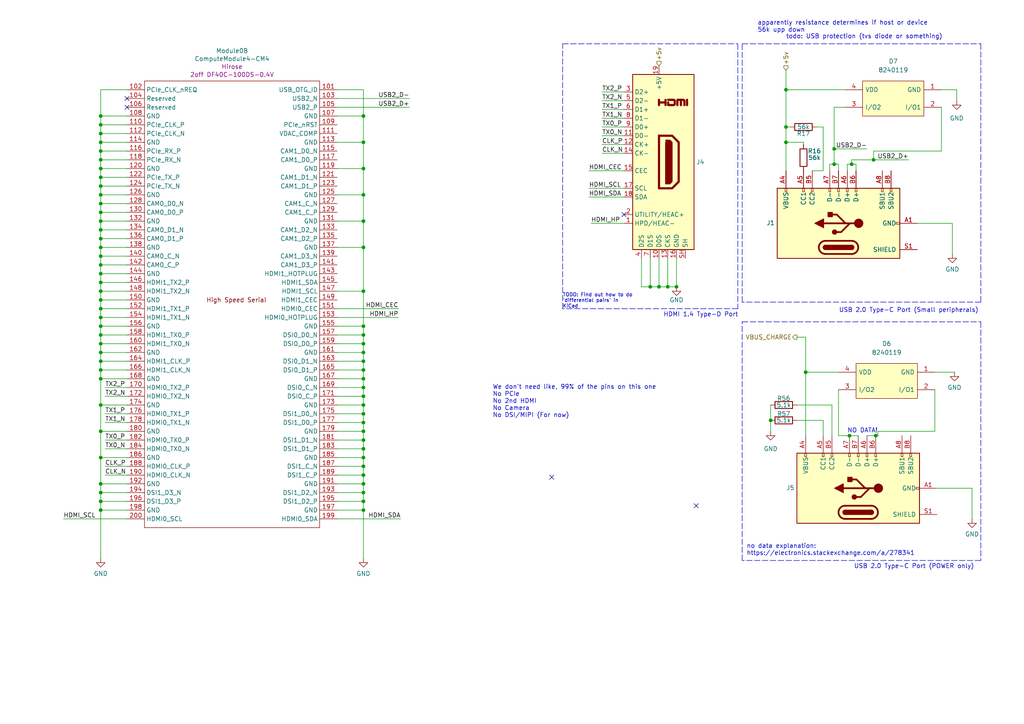
<source format=kicad_sch>
(kicad_sch (version 20210621) (generator eeschema)
  (paper "A4")
  (title_block (title "Port data connectors") (rev "indev"))
  (lib_symbols
    (symbol "CM4IO:ComputeModule4-CM4"
      (property "Reference" "Module" (at 113.03 -68.58 0))
      (property "Value" "ComputeModule4-CM4" (at 140.97 2.54 0))
      (property "Field4" "Hirose" (at 0 0 0))
      (property "Field5" "2x DF40C-100DS-0.4V" (at 0 -2.54 0))
      (symbol "ComputeModule4-CM4_1_0"
        (text "GPIO" (at 0 6.35 0) (effects (font (size 1.27 1.27))))
      )
      (symbol "ComputeModule4-CM4_1_1"
        (text "600mA Max" (at -8.89 -53.34 0) (effects (font (size 1.27 1.27))))
        (text "600mA Max" (at -8.89 -48.26 0) (effects (font (size 1.27 1.27))))
        (text "NB SD signals are only available" (at -1.27 -27.94 0) (effects (font (size 1.27 1.27))))
        (text "on modules without eMMC" (at -1.27 -30.48 0) (effects (font (size 1.27 1.27))))
        (rectangle (start -30.48 -71.12) (end 25.4 58.42))
        (pin power_in line (at 27.94 55.88 180) (length 2.54) (name "GND") (number "1"))
        (pin passive line (at -33.02 45.72 0) (length 2.54) (name "Ethernet_Pair0_N") (number "10"))
        (pin output line (at -33.02 -68.58 0) (length 2.54) (name "nEXTRST") (number "100"))
        (pin passive line (at 27.94 43.18 180) (length 2.54) (name "Ethernet_Pair2_P") (number "11"))
        (pin passive line (at -33.02 43.18 0) (length 2.54) (name "Ethernet_Pair0_P") (number "12"))
        (pin power_in line (at 27.94 40.64 180) (length 2.54) (name "GND") (number "13"))
        (pin power_in line (at -33.02 40.64 0) (length 2.54) (name "GND") (number "14"))
        (pin output line (at 27.94 38.1 180) (length 2.54) (name "Ethernet_nLED3(3.3v)") (number "15"))
        (pin input line (at -33.02 38.1 0) (length 2.54) (name "Ethernet_SYNC_IN(1.8v)") (number "16"))
        (pin output line (at 27.94 35.56 180) (length 2.54) (name "Ethernet_nLED2(3.3v)") (number "17"))
        (pin input line (at -33.02 35.56 0) (length 2.54) (name "Ethernet_SYNC_OUT(1.8v)") (number "18"))
        (pin output line (at 27.94 33.02 180) (length 2.54) (name "Ethernet_nLED1(3.3v)") (number "19"))
        (pin power_in line (at -33.02 55.88 0) (length 2.54) (name "GND") (number "2"))
        (pin passive line (at -33.02 33.02 0) (length 2.54) (name "EEPROM_nWP") (number "20"))
        (pin open_collector line (at 27.94 30.48 180) (length 2.54) (name "PI_nLED_Activity") (number "21"))
        (pin power_in line (at -33.02 30.48 0) (length 2.54) (name "GND") (number "22"))
        (pin power_in line (at 27.94 27.94 180) (length 2.54) (name "GND") (number "23"))
        (pin passive line (at -33.02 27.94 0) (length 2.54) (name "GPIO26") (number "24"))
        (pin passive line (at 27.94 25.4 180) (length 2.54) (name "GPIO21") (number "25"))
        (pin passive line (at -33.02 25.4 0) (length 2.54) (name "GPIO19") (number "26"))
        (pin passive line (at 27.94 22.86 180) (length 2.54) (name "GPIO20") (number "27"))
        (pin passive line (at -33.02 22.86 0) (length 2.54) (name "GPIO13") (number "28"))
        (pin passive line (at 27.94 20.32 180) (length 2.54) (name "GPIO16") (number "29"))
        (pin passive line (at 27.94 53.34 180) (length 2.54) (name "Ethernet_Pair3_P") (number "3"))
        (pin passive line (at -33.02 20.32 0) (length 2.54) (name "GPIO6") (number "30"))
        (pin passive line (at 27.94 17.78 180) (length 2.54) (name "GPIO12") (number "31"))
        (pin power_in line (at -33.02 17.78 0) (length 2.54) (name "GND") (number "32"))
        (pin power_in line (at 27.94 15.24 180) (length 2.54) (name "GND") (number "33"))
        (pin passive line (at -33.02 15.24 0) (length 2.54) (name "GPIO5") (number "34"))
        (pin passive line (at 27.94 12.7 180) (length 2.54) (name "ID_SC") (number "35"))
        (pin passive line (at -33.02 12.7 0) (length 2.54) (name "ID_SD") (number "36"))
        (pin passive line (at 27.94 10.16 180) (length 2.54) (name "GPIO7") (number "37"))
        (pin passive line (at -33.02 10.16 0) (length 2.54) (name "GPIO11") (number "38"))
        (pin passive line (at 27.94 7.62 180) (length 2.54) (name "GPIO8") (number "39"))
        (pin passive line (at -33.02 53.34 0) (length 2.54) (name "Ethernet_Pair1_P") (number "4"))
        (pin passive line (at -33.02 7.62 0) (length 2.54) (name "GPIO9") (number "40"))
        (pin passive line (at 27.94 5.08 180) (length 2.54) (name "GPIO25") (number "41"))
        (pin power_in line (at -33.02 5.08 0) (length 2.54) (name "GND") (number "42"))
        (pin power_in line (at 27.94 2.54 180) (length 2.54) (name "GND") (number "43"))
        (pin passive line (at -33.02 2.54 0) (length 2.54) (name "GPIO10") (number "44"))
        (pin passive line (at 27.94 0 180) (length 2.54) (name "GPIO24") (number "45"))
        (pin passive line (at -33.02 0 0) (length 2.54) (name "GPIO22") (number "46"))
        (pin passive line (at 27.94 -2.54 180) (length 2.54) (name "GPIO23") (number "47"))
        (pin passive line (at -33.02 -2.54 0) (length 2.54) (name "GPIO27") (number "48"))
        (pin passive line (at 27.94 -5.08 180) (length 2.54) (name "GPIO18") (number "49"))
        (pin passive line (at 27.94 50.8 180) (length 2.54) (name "Ethernet_Pair3_N") (number "5"))
        (pin passive line (at -33.02 -5.08 0) (length 2.54) (name "GPIO17") (number "50"))
        (pin passive line (at 27.94 -7.62 180) (length 2.54) (name "GPIO15") (number "51"))
        (pin power_in line (at -33.02 -7.62 0) (length 2.54) (name "GND") (number "52"))
        (pin power_in line (at 27.94 -10.16 180) (length 2.54) (name "GND") (number "53"))
        (pin passive line (at -33.02 -10.16 0) (length 2.54) (name "GPIO4") (number "54"))
        (pin passive line (at 27.94 -12.7 180) (length 2.54) (name "GPIO14") (number "55"))
        (pin passive line (at -33.02 -12.7 0) (length 2.54) (name "GPIO3") (number "56"))
        (pin passive line (at 27.94 -15.24 180) (length 2.54) (name "SD_CLK") (number "57"))
        (pin passive line (at -33.02 -15.24 0) (length 2.54) (name "GPIO2") (number "58"))
        (pin power_in line (at 27.94 -17.78 180) (length 2.54) (name "GND") (number "59"))
        (pin passive line (at -33.02 50.8 0) (length 2.54) (name "Ethernet_Pair1_N") (number "6"))
        (pin power_in line (at -33.02 -17.78 0) (length 2.54) (name "GND") (number "60"))
        (pin passive line (at 27.94 -20.32 180) (length 2.54) (name "SD_DAT3") (number "61"))
        (pin passive line (at -33.02 -20.32 0) (length 2.54) (name "SD_CMD") (number "62"))
        (pin passive line (at 27.94 -22.86 180) (length 2.54) (name "SD_DAT0") (number "63"))
        (pin passive line (at -33.02 -22.86 0) (length 2.54) (name "SD_DAT5") (number "64"))
        (pin power_in line (at 27.94 -25.4 180) (length 2.54) (name "GND") (number "65"))
        (pin power_in line (at -33.02 -25.4 0) (length 2.54) (name "GND") (number "66"))
        (pin passive line (at 27.94 -27.94 180) (length 2.54) (name "SD_DAT1") (number "67"))
        (pin passive line (at -33.02 -27.94 0) (length 2.54) (name "SD_DAT4") (number "68"))
        (pin passive line (at 27.94 -30.48 180) (length 2.54) (name "SD_DAT2") (number "69"))
        (pin power_in line (at 27.94 48.26 180) (length 2.54) (name "GND") (number "7"))
        (pin passive line (at -33.02 -30.48 0) (length 2.54) (name "SD_DAT7") (number "70"))
        (pin power_in line (at 27.94 -33.02 180) (length 2.54) (name "GND") (number "71"))
        (pin passive line (at -33.02 -33.02 0) (length 2.54) (name "SD_DAT6") (number "72"))
        (pin input line (at 27.94 -35.56 180) (length 2.54) (name "SD_VDD_Override") (number "73"))
        (pin power_in line (at -33.02 -35.56 0) (length 2.54) (name "GND") (number "74"))
        (pin output line (at 27.94 -38.1 180) (length 2.54) (name "SD_PWR_ON") (number "75"))
        (pin passive line (at -33.02 -38.1 0) (length 2.54) (name "Reserved") (number "76"))
        (pin power_in line (at 27.94 -40.64 180) (length 2.54) (name "+5v_(Input)") (number "77"))
        (pin power_in line (at -33.02 -40.64 0) (length 2.54) (name "GPIO_VREF(1.8v/3.3v_Input)") (number "78"))
        (pin power_in line (at 27.94 -43.18 180) (length 2.54) (name "+5v_(Input)") (number "79"))
        (pin power_in line (at -33.02 48.26 0) (length 2.54) (name "GND") (number "8"))
        (pin passive line (at -33.02 -43.18 0) (length 2.54) (name "SCL0") (number "80"))
        (pin power_in line (at 27.94 -45.72 180) (length 2.54) (name "+5v_(Input)") (number "81"))
        (pin passive line (at -33.02 -45.72 0) (length 2.54) (name "SDA0") (number "82"))
        (pin power_in line (at 27.94 -48.26 180) (length 2.54) (name "+5v_(Input)") (number "83"))
        (pin power_out line (at -33.02 -48.26 0) (length 2.54) (name "+3.3v_(Output)") (number "84"))
        (pin power_in line (at 27.94 -50.8 180) (length 2.54) (name "+5v_(Input)") (number "85"))
        (pin power_out line (at -33.02 -50.8 0) (length 2.54) (name "+3.3v_(Output)") (number "86"))
        (pin power_in line (at 27.94 -53.34 180) (length 2.54) (name "+5v_(Input)") (number "87"))
        (pin power_out line (at -33.02 -53.34 0) (length 2.54) (name "+1.8v_(Output)") (number "88"))
        (pin power_in line (at 27.94 -55.88 180) (length 2.54) (name "WiFi_nDisable") (number "89"))
        (pin passive line (at 27.94 45.72 180) (length 2.54) (name "Ethernet_Pair2_N") (number "9"))
        (pin power_out line (at -33.02 -55.88 0) (length 2.54) (name "+1.8v_(Output)") (number "90"))
        (pin power_in line (at 27.94 -58.42 180) (length 2.54) (name "BT_nDisable") (number "91"))
        (pin passive line (at -33.02 -58.42 0) (length 2.54) (name "RUN_PG") (number "92"))
        (pin input line (at 27.94 -60.96 180) (length 2.54) (name "nRPIBOOT") (number "93"))
        (pin passive line (at -33.02 -60.96 0) (length 2.54) (name "AnalogIP0") (number "94"))
        (pin output line (at 27.94 -63.5 180) (length 2.54) (name "nPI_LED_PWR") (number "95"))
        (pin passive line (at -33.02 -63.5 0) (length 2.54) (name "AnalogIP1") (number "96"))
        (pin passive line (at 27.94 -66.04 180) (length 2.54) (name "Camera_GPIO") (number "97"))
        (pin power_in line (at -33.02 -66.04 0) (length 2.54) (name "GND") (number "98"))
        (pin input line (at 27.94 -68.58 180) (length 2.54) (name "Global_EN") (number "99"))
      )
      (symbol "ComputeModule4-CM4_2_1"
        (text "High Speed Serial" (at 140.97 0 0) (effects (font (size 1.27 1.27))))
        (rectangle (start 114.3 -66.04) (end 165.1 63.5))
        (pin input line (at 170.18 60.96 180) (length 5.08) (name "USB_OTG_ID") (number "101"))
        (pin input line (at 109.22 60.96 0) (length 5.08) (name "PCIe_CLK_nREQ") (number "102"))
        (pin passive line (at 170.18 58.42 180) (length 5.08) (name "USB2_N") (number "103"))
        (pin passive line (at 109.22 58.42 0) (length 5.08) (name "Reserved") (number "104"))
        (pin passive line (at 170.18 55.88 180) (length 5.08) (name "USB2_P") (number "105"))
        (pin passive line (at 109.22 55.88 0) (length 5.08) (name "Reserved") (number "106"))
        (pin power_in line (at 170.18 53.34 180) (length 5.08) (name "GND") (number "107"))
        (pin power_in line (at 109.22 53.34 0) (length 5.08) (name "GND") (number "108"))
        (pin bidirectional line (at 170.18 50.8 180) (length 5.08) (name "PCIe_nRST") (number "109"))
        (pin output line (at 109.22 50.8 0) (length 5.08) (name "PCIe_CLK_P") (number "110"))
        (pin passive line (at 170.18 48.26 180) (length 5.08) (name "VDAC_COMP") (number "111"))
        (pin output line (at 109.22 48.26 0) (length 5.08) (name "PCIe_CLK_N") (number "112"))
        (pin power_in line (at 170.18 45.72 180) (length 5.08) (name "GND") (number "113"))
        (pin power_in line (at 109.22 45.72 0) (length 5.08) (name "GND") (number "114"))
        (pin input line (at 170.18 43.18 180) (length 5.08) (name "CAM1_D0_N") (number "115"))
        (pin input line (at 109.22 43.18 0) (length 5.08) (name "PCIe_RX_P") (number "116"))
        (pin input line (at 170.18 40.64 180) (length 5.08) (name "CAM1_D0_P") (number "117"))
        (pin input line (at 109.22 40.64 0) (length 5.08) (name "PCIe_RX_N") (number "118"))
        (pin power_in line (at 170.18 38.1 180) (length 5.08) (name "GND") (number "119"))
        (pin power_in line (at 109.22 38.1 0) (length 5.08) (name "GND") (number "120"))
        (pin input line (at 170.18 35.56 180) (length 5.08) (name "CAM1_D1_N") (number "121"))
        (pin output line (at 109.22 35.56 0) (length 5.08) (name "PCIe_TX_P") (number "122"))
        (pin input line (at 170.18 33.02 180) (length 5.08) (name "CAM1_D1_P") (number "123"))
        (pin output line (at 109.22 33.02 0) (length 5.08) (name "PCIe_TX_N") (number "124"))
        (pin power_in line (at 170.18 30.48 180) (length 5.08) (name "GND") (number "125"))
        (pin power_in line (at 109.22 30.48 0) (length 5.08) (name "GND") (number "126"))
        (pin input line (at 170.18 27.94 180) (length 5.08) (name "CAM1_C_N") (number "127"))
        (pin input line (at 109.22 27.94 0) (length 5.08) (name "CAM0_D0_N") (number "128"))
        (pin input line (at 170.18 25.4 180) (length 5.08) (name "CAM1_C_P") (number "129"))
        (pin input line (at 109.22 25.4 0) (length 5.08) (name "CAM0_D0_P") (number "130"))
        (pin power_in line (at 170.18 22.86 180) (length 5.08) (name "GND") (number "131"))
        (pin power_in line (at 109.22 22.86 0) (length 5.08) (name "GND") (number "132"))
        (pin input line (at 170.18 20.32 180) (length 5.08) (name "CAM1_D2_N") (number "133"))
        (pin input line (at 109.22 20.32 0) (length 5.08) (name "CAM0_D1_N") (number "134"))
        (pin input line (at 170.18 17.78 180) (length 5.08) (name "CAM1_D2_P") (number "135"))
        (pin input line (at 109.22 17.78 0) (length 5.08) (name "CAM0_D1_P") (number "136"))
        (pin power_in line (at 170.18 15.24 180) (length 5.08) (name "GND") (number "137"))
        (pin power_in line (at 109.22 15.24 0) (length 5.08) (name "GND") (number "138"))
        (pin input line (at 170.18 12.7 180) (length 5.08) (name "CAM1_D3_N") (number "139"))
        (pin input line (at 109.22 12.7 0) (length 5.08) (name "CAM0_C_N") (number "140"))
        (pin input line (at 170.18 10.16 180) (length 5.08) (name "CAM1_D3_P") (number "141"))
        (pin input line (at 109.22 10.16 0) (length 5.08) (name "CAM0_C_P") (number "142"))
        (pin input line (at 170.18 7.62 180) (length 5.08) (name "HDMI1_HOTPLUG") (number "143"))
        (pin power_in line (at 109.22 7.62 0) (length 5.08) (name "GND") (number "144"))
        (pin bidirectional line (at 170.18 5.08 180) (length 5.08) (name "HDMI1_SDA") (number "145"))
        (pin output line (at 109.22 5.08 0) (length 5.08) (name "HDMI1_TX2_P") (number "146"))
        (pin open_collector line (at 170.18 2.54 180) (length 5.08) (name "HDMI1_SCL") (number "147"))
        (pin output line (at 109.22 2.54 0) (length 5.08) (name "HDMI1_TX2_N") (number "148"))
        (pin open_collector line (at 170.18 0 180) (length 5.08) (name "HDMI1_CEC") (number "149"))
        (pin power_in line (at 109.22 0 0) (length 5.08) (name "GND") (number "150"))
        (pin open_collector line (at 170.18 -2.54 180) (length 5.08) (name "HDMI0_CEC") (number "151"))
        (pin output line (at 109.22 -2.54 0) (length 5.08) (name "HDMI1_TX1_P") (number "152"))
        (pin input line (at 170.18 -5.08 180) (length 5.08) (name "HDMI0_HOTPLUG") (number "153"))
        (pin output line (at 109.22 -5.08 0) (length 5.08) (name "HDMI1_TX1_N") (number "154"))
        (pin power_in line (at 170.18 -7.62 180) (length 5.08) (name "GND") (number "155"))
        (pin power_in line (at 109.22 -7.62 0) (length 5.08) (name "GND") (number "156"))
        (pin output line (at 170.18 -10.16 180) (length 5.08) (name "DSI0_D0_N") (number "157"))
        (pin output line (at 109.22 -10.16 0) (length 5.08) (name "HDMI1_TX0_P") (number "158"))
        (pin output line (at 170.18 -12.7 180) (length 5.08) (name "DSI0_D0_P") (number "159"))
        (pin output line (at 109.22 -12.7 0) (length 5.08) (name "HDMI1_TX0_N") (number "160"))
        (pin power_in line (at 170.18 -15.24 180) (length 5.08) (name "GND") (number "161"))
        (pin power_in line (at 109.22 -15.24 0) (length 5.08) (name "GND") (number "162"))
        (pin output line (at 170.18 -17.78 180) (length 5.08) (name "DSI0_D1_N") (number "163"))
        (pin output line (at 109.22 -17.78 0) (length 5.08) (name "HDMI1_CLK_P") (number "164"))
        (pin output line (at 170.18 -20.32 180) (length 5.08) (name "DSI0_D1_P") (number "165"))
        (pin output line (at 109.22 -20.32 0) (length 5.08) (name "HDMI1_CLK_N") (number "166"))
        (pin power_in line (at 170.18 -22.86 180) (length 5.08) (name "GND") (number "167"))
        (pin power_in line (at 109.22 -22.86 0) (length 5.08) (name "GND") (number "168"))
        (pin output line (at 170.18 -25.4 180) (length 5.08) (name "DSI0_C_N") (number "169"))
        (pin output line (at 109.22 -25.4 0) (length 5.08) (name "HDMI0_TX2_P") (number "170"))
        (pin output line (at 170.18 -27.94 180) (length 5.08) (name "DSI0_C_P") (number "171"))
        (pin output line (at 109.22 -27.94 0) (length 5.08) (name "HDMI0_TX2_N") (number "172"))
        (pin power_in line (at 170.18 -30.48 180) (length 5.08) (name "GND") (number "173"))
        (pin power_in line (at 109.22 -30.48 0) (length 5.08) (name "GND") (number "174"))
        (pin output line (at 170.18 -33.02 180) (length 5.08) (name "DSI1_D0_N") (number "175"))
        (pin output line (at 109.22 -33.02 0) (length 5.08) (name "HDMI0_TX1_P") (number "176"))
        (pin output line (at 170.18 -35.56 180) (length 5.08) (name "DSI1_D0_P") (number "177"))
        (pin output line (at 109.22 -35.56 0) (length 5.08) (name "HDMI0_TX1_N") (number "178"))
        (pin power_in line (at 170.18 -38.1 180) (length 5.08) (name "GND") (number "179"))
        (pin power_in line (at 109.22 -38.1 0) (length 5.08) (name "GND") (number "180"))
        (pin output line (at 170.18 -40.64 180) (length 5.08) (name "DSI1_D1_N") (number "181"))
        (pin output line (at 109.22 -40.64 0) (length 5.08) (name "HDMI0_TX0_P") (number "182"))
        (pin output line (at 170.18 -43.18 180) (length 5.08) (name "DSI1_D1_P") (number "183"))
        (pin output line (at 109.22 -43.18 0) (length 5.08) (name "HDMI0_TX0_N") (number "184"))
        (pin power_in line (at 170.18 -45.72 180) (length 5.08) (name "GND") (number "185"))
        (pin power_in line (at 109.22 -45.72 0) (length 5.08) (name "GND") (number "186"))
        (pin output line (at 170.18 -48.26 180) (length 5.08) (name "DSI1_C_N") (number "187"))
        (pin output line (at 109.22 -48.26 0) (length 5.08) (name "HDMI0_CLK_P") (number "188"))
        (pin output line (at 170.18 -50.8 180) (length 5.08) (name "DSI1_C_P") (number "189"))
        (pin output line (at 109.22 -50.8 0) (length 5.08) (name "HDMI0_CLK_N") (number "190"))
        (pin power_in line (at 170.18 -53.34 180) (length 5.08) (name "GND") (number "191"))
        (pin power_in line (at 109.22 -53.34 0) (length 5.08) (name "GND") (number "192"))
        (pin output line (at 170.18 -55.88 180) (length 5.08) (name "DSI1_D2_N") (number "193"))
        (pin output line (at 109.22 -55.88 0) (length 5.08) (name "DSI1_D3_N") (number "194"))
        (pin output line (at 170.18 -58.42 180) (length 5.08) (name "DSI1_D2_P") (number "195"))
        (pin output line (at 109.22 -58.42 0) (length 5.08) (name "DSI1_D3_P") (number "196"))
        (pin power_in line (at 170.18 -60.96 180) (length 5.08) (name "GND") (number "197"))
        (pin power_in line (at 109.22 -60.96 0) (length 5.08) (name "GND") (number "198"))
        (pin bidirectional line (at 170.18 -63.5 180) (length 5.08) (name "HDMI0_SDA") (number "199"))
        (pin open_collector line (at 109.22 -63.5 0) (length 5.08) (name "HDMI0_SCL") (number "200"))
      )
    )
    (symbol "Connector:HDMI_D_1.4"
      (property "Reference" "J" (at -6.35 26.67 0))
      (property "Value" "HDMI_D_1.4" (at 10.16 26.67 0))
      (symbol "HDMI_D_1.4_0_0"
        (polyline (pts (xy 8.128 16.51) (xy 8.128 18.034)) (stroke (width 0.635)))
        (polyline (pts (xy 0 16.51) (xy 0 18.034) (xy 0 17.272) (xy 1.905 17.272) (xy 1.905 18.034) (xy 1.905 16.51)) (stroke (width 0.635)))
        (polyline (pts (xy 2.667 18.034) (xy 4.318 18.034) (xy 4.572 17.78) (xy 4.572 16.764) (xy 4.318 16.51) (xy 2.667 16.51) (xy 2.667 17.272)) (stroke (width 0.635)))
      )
      (symbol "HDMI_D_1.4_0_1"
        (rectangle (start -7.62 25.4) (end 10.16 -25.4) (stroke (width 0.254)) (fill (type background)))
        (polyline (pts (xy 0 7.62) (xy 3.81 7.62) (xy 5.715 5.715) (xy 5.715 -5.715) (xy 3.81 -7.62) (xy 0 -7.62) (xy 0 7.62)) (stroke (width 0.635)))
        (polyline (pts (xy 5.334 16.51) (xy 5.334 18.034) (xy 6.35 18.034) (xy 6.35 16.51) (xy 6.35 18.034) (xy 7.112 18.034) (xy 7.366 17.78) (xy 7.366 16.51)) (stroke (width 0.635)))
        (polyline (pts (xy 1.905 6.35) (xy 3.175 6.35) (xy 3.81 5.715) (xy 3.81 -5.715) (xy 3.175 -6.35) (xy 1.905 -6.35) (xy 1.905 5.715)) (stroke (width 0.254)) (fill (type outline)))
      )
      (symbol "HDMI_D_1.4_1_1"
        (pin passive line (at -10.16 -17.78 0) (length 2.54) (name "HPD/HEAC-") (number "1"))
        (pin power_in line (at 0 -27.94 90) (length 2.54) (name "D0S") (number "10"))
        (pin passive line (at -10.16 7.62 0) (length 2.54) (name "D0-") (number "11"))
        (pin passive line (at -10.16 5.08 0) (length 2.54) (name "CK+") (number "12"))
        (pin power_in line (at 2.54 -27.94 90) (length 2.54) (name "CKS") (number "13"))
        (pin passive line (at -10.16 2.54 0) (length 2.54) (name "CK-") (number "14"))
        (pin bidirectional line (at -10.16 -2.54 0) (length 2.54) (name "CEC") (number "15"))
        (pin power_in line (at 5.08 -27.94 90) (length 2.54) (name "GND") (number "16"))
        (pin passive line (at -10.16 -7.62 0) (length 2.54) (name "SCL") (number "17"))
        (pin bidirectional line (at -10.16 -10.16 0) (length 2.54) (name "SDA") (number "18"))
        (pin power_in line (at 0 27.94 270) (length 2.54) (name "+5V") (number "19"))
        (pin passive line (at -10.16 -15.24 0) (length 2.54) (name "UTILITY/HEAC+") (number "2"))
        (pin passive line (at -10.16 20.32 0) (length 2.54) (name "D2+") (number "3"))
        (pin power_in line (at -5.08 -27.94 90) (length 2.54) (name "D2S") (number "4"))
        (pin passive line (at -10.16 17.78 0) (length 2.54) (name "D2-") (number "5"))
        (pin passive line (at -10.16 15.24 0) (length 2.54) (name "D1+") (number "6"))
        (pin power_in line (at -2.54 -27.94 90) (length 2.54) (name "D1S") (number "7"))
        (pin passive line (at -10.16 12.7 0) (length 2.54) (name "D1-") (number "8"))
        (pin passive line (at -10.16 10.16 0) (length 2.54) (name "D0+") (number "9"))
        (pin passive line (at 7.62 -27.94 90) (length 2.54) (name "SH") (number "SH"))
      )
    )
    (symbol "Connector:USB_C_Receptacle_USB2.0" (pin_names (offset 1.016))
      (property "Reference" "J" (at -10.16 19.05 0))
      (property "Value" "USB_C_Receptacle_USB2.0" (at 19.05 19.05 0))
      (symbol "USB_C_Receptacle_USB2.0_0_0"
        (rectangle (start -0.254 -17.78) (end 0.254 -16.764))
        (rectangle (start 10.16 -14.986) (end 9.144 -15.494))
        (rectangle (start 10.16 -12.446) (end 9.144 -12.954))
        (rectangle (start 10.16 -4.826) (end 9.144 -5.334))
        (rectangle (start 10.16 -2.286) (end 9.144 -2.794))
        (rectangle (start 10.16 0.254) (end 9.144 -0.254))
        (rectangle (start 10.16 2.794) (end 9.144 2.286))
        (rectangle (start 10.16 7.874) (end 9.144 7.366))
        (rectangle (start 10.16 10.414) (end 9.144 9.906))
        (rectangle (start 10.16 15.494) (end 9.144 14.986))
      )
      (symbol "USB_C_Receptacle_USB2.0_0_1"
        (arc (start -8.89 -3.81) (end -5.08 -3.81) (radius (at -6.985 -3.81) (length 1.905) (angles -179.9 -0.1)) (stroke (width 0.508)))
        (arc (start -7.62 -3.81) (end -6.35 -3.81) (radius (at -6.985 -3.81) (length 0.635) (angles -179.9 -0.1)) (stroke (width 0.254)))
        (arc (start -6.35 3.81) (end -7.62 3.81) (radius (at -6.985 3.81) (length 0.635) (angles 0.1 179.9)) (stroke (width 0.254)))
        (arc (start -5.08 3.81) (end -8.89 3.81) (radius (at -6.985 3.81) (length 1.905) (angles 0.1 179.9)) (stroke (width 0.508)))
        (arc (start -7.62 -3.81) (end -6.35 -3.81) (radius (at -6.985 -3.81) (length 0.635) (angles -179.9 -0.1)) (stroke (width 0.254)) (fill (type outline)))
        (arc (start -6.35 3.81) (end -7.62 3.81) (radius (at -6.985 3.81) (length 0.635) (angles 0.1 179.9)) (stroke (width 0.254)) (fill (type outline)))
        (circle (center -2.54 1.143) (radius 0.635) (stroke (width 0.254)) (fill (type outline)))
        (circle (center 0 -5.842) (radius 1.27) (fill (type outline)))
        (rectangle (start -7.62 -3.81) (end -6.35 3.81) (stroke (width 0.254)) (fill (type outline)))
        (rectangle (start 1.905 1.778) (end 3.175 3.048) (stroke (width 0.254)) (fill (type outline)))
        (rectangle (start -10.16 17.78) (end 10.16 -17.78) (stroke (width 0.254)) (fill (type background)))
        (polyline (pts (xy -8.89 -3.81) (xy -8.89 3.81)) (stroke (width 0.508)))
        (polyline (pts (xy -5.08 3.81) (xy -5.08 -3.81)) (stroke (width 0.508)))
        (polyline (pts (xy 0 -5.842) (xy 0 4.318)) (stroke (width 0.508)))
        (polyline (pts (xy 0 -3.302) (xy -2.54 -0.762) (xy -2.54 0.508)) (stroke (width 0.508)))
        (polyline (pts (xy 0 -2.032) (xy 2.54 0.508) (xy 2.54 1.778)) (stroke (width 0.508)))
        (polyline (pts (xy -1.27 4.318) (xy 0 6.858) (xy 1.27 4.318) (xy -1.27 4.318)) (stroke (width 0.254)) (fill (type outline)))
      )
      (symbol "USB_C_Receptacle_USB2.0_1_1"
        (pin passive line (at 0 -22.86 90) (length 5.08) (name "GND") (number "A1"))
        (pin passive line (at 0 -22.86 90) (length 5.08) hide (name "GND") (number "A12"))
        (pin passive line (at 15.24 15.24 180) (length 5.08) (name "VBUS") (number "A4"))
        (pin bidirectional line (at 15.24 10.16 180) (length 5.08) (name "CC1") (number "A5"))
        (pin bidirectional line (at 15.24 -2.54 180) (length 5.08) (name "D+") (number "A6"))
        (pin bidirectional line (at 15.24 2.54 180) (length 5.08) (name "D-") (number "A7"))
        (pin bidirectional line (at 15.24 -12.7 180) (length 5.08) (name "SBU1") (number "A8"))
        (pin passive line (at 15.24 15.24 180) (length 5.08) hide (name "VBUS") (number "A9"))
        (pin passive line (at 0 -22.86 90) (length 5.08) hide (name "GND") (number "B1"))
        (pin passive line (at 0 -22.86 90) (length 5.08) hide (name "GND") (number "B12"))
        (pin passive line (at 15.24 15.24 180) (length 5.08) hide (name "VBUS") (number "B4"))
        (pin bidirectional line (at 15.24 7.62 180) (length 5.08) (name "CC2") (number "B5"))
        (pin bidirectional line (at 15.24 -5.08 180) (length 5.08) (name "D+") (number "B6"))
        (pin bidirectional line (at 15.24 0 180) (length 5.08) (name "D-") (number "B7"))
        (pin bidirectional line (at 15.24 -15.24 180) (length 5.08) (name "SBU2") (number "B8"))
        (pin passive line (at 15.24 15.24 180) (length 5.08) hide (name "VBUS") (number "B9"))
        (pin passive line (at -7.62 -22.86 90) (length 5.08) (name "SHIELD") (number "S1"))
      )
    )
    (symbol "Device:R" (pin_numbers hide) (pin_names (offset 0))
      (property "Reference" "R" (at 2.032 0 90))
      (property "Value" "R" (at 0 0 90))
      (symbol "R_0_1"
        (rectangle (start -1.016 -2.54) (end 1.016 2.54) (stroke (width 0.254)))
      )
      (symbol "R_1_1"
        (pin passive line (at 0 3.81 270) (length 1.27) (name "~") (number "1"))
        (pin passive line (at 0 -3.81 90) (length 1.27) (name "~") (number "2"))
      )
    )
    (symbol "power:GND" (power) (pin_names (offset 0))
      (property "Value" "GND" (at 0 -3.81 0))
      (symbol "GND_0_1"
        (polyline (pts (xy 0 0) (xy 0 -1.27) (xy 1.27 -1.27) (xy 0 -2.54) (xy -1.27 -1.27) (xy 0 -1.27)))
      )
      (symbol "GND_1_1"
        (pin power_in line (at 0 0 270) (length 0) hide (name "GND") (number "1"))
      )
    )
    (symbol "tvs:8240119" (pin_names (offset 0.762))
      (property "Reference" "D" (at 24.13 7.62 0))
      (property "Value" "8240119" (at 24.13 5.08 0))
      (symbol "8240119_0_0"
        (pin power_in line (at 0 0 0) (length 5.08) (name "GND") (number "1"))
        (pin bidirectional line (at 0 -5.08 0) (length 5.08) (name "I/O1") (number "2"))
        (pin bidirectional line (at 27.94 -5.08 180) (length 5.08) (name "I/O2") (number "3"))
        (pin power_in line (at 27.94 0 180) (length 5.08) (name "VDD") (number "4"))
      )
      (symbol "8240119_0_1"
        (polyline (pts (xy 5.08 2.54) (xy 22.86 2.54) (xy 22.86 -7.62) (xy 5.08 -7.62) (xy 5.08 2.54)) (stroke (width 0.1524)) (fill (type background)))
      )
    )
  )
  (junction (at 29.21 33.655) (diameter 0.9144))
  (junction (at 29.21 36.195) (diameter 0.9144))
  (junction (at 29.21 38.735) (diameter 0.9144))
  (junction (at 29.21 41.275) (diameter 0.9144))
  (junction (at 29.21 43.815) (diameter 0.9144))
  (junction (at 29.21 46.355) (diameter 0.9144))
  (junction (at 29.21 48.895) (diameter 0.9144))
  (junction (at 29.21 51.435) (diameter 0.9144))
  (junction (at 29.21 53.975) (diameter 0.9144))
  (junction (at 29.21 56.515) (diameter 0.9144))
  (junction (at 29.21 59.055) (diameter 0.9144))
  (junction (at 29.21 61.595) (diameter 0.9144))
  (junction (at 29.21 64.135) (diameter 0.9144))
  (junction (at 29.21 66.675) (diameter 0.9144))
  (junction (at 29.21 69.215) (diameter 0.9144))
  (junction (at 29.21 71.755) (diameter 0.9144))
  (junction (at 29.21 74.295) (diameter 0.9144))
  (junction (at 29.21 76.835) (diameter 0.9144))
  (junction (at 29.21 79.375) (diameter 0.9144))
  (junction (at 29.21 81.915) (diameter 0.9144))
  (junction (at 29.21 84.455) (diameter 0.9144))
  (junction (at 29.21 86.995) (diameter 0.9144))
  (junction (at 29.21 89.535) (diameter 0.9144))
  (junction (at 29.21 92.075) (diameter 0.9144))
  (junction (at 29.21 94.615) (diameter 0.9144))
  (junction (at 29.21 97.155) (diameter 0.9144))
  (junction (at 29.21 99.695) (diameter 0.9144))
  (junction (at 29.21 102.235) (diameter 0.9144))
  (junction (at 29.21 104.775) (diameter 0.9144))
  (junction (at 29.21 107.315) (diameter 0.9144))
  (junction (at 29.21 109.855) (diameter 0.9144))
  (junction (at 29.21 117.475) (diameter 0.9144))
  (junction (at 29.21 125.095) (diameter 0.9144))
  (junction (at 29.21 132.715) (diameter 0.9144))
  (junction (at 29.21 140.335) (diameter 0.9144))
  (junction (at 29.21 142.875) (diameter 0.9144))
  (junction (at 29.21 145.415) (diameter 0.9144))
  (junction (at 29.21 147.955) (diameter 0.9144))
  (junction (at 105.41 33.655) (diameter 0.9144))
  (junction (at 105.41 41.275) (diameter 0.9144))
  (junction (at 105.41 48.895) (diameter 0.9144))
  (junction (at 105.41 56.515) (diameter 0.9144))
  (junction (at 105.41 64.135) (diameter 0.9144))
  (junction (at 105.41 71.755) (diameter 0.9144))
  (junction (at 105.41 84.455) (diameter 0.9144))
  (junction (at 105.41 94.615) (diameter 0.9144))
  (junction (at 105.41 97.155) (diameter 0.9144))
  (junction (at 105.41 99.695) (diameter 0.9144))
  (junction (at 105.41 102.235) (diameter 0.9144))
  (junction (at 105.41 104.775) (diameter 0.9144))
  (junction (at 105.41 107.315) (diameter 0.9144))
  (junction (at 105.41 109.855) (diameter 0.9144))
  (junction (at 105.41 112.395) (diameter 0.9144))
  (junction (at 105.41 114.935) (diameter 0.9144))
  (junction (at 105.41 117.475) (diameter 0.9144))
  (junction (at 105.41 120.015) (diameter 0.9144))
  (junction (at 105.41 122.555) (diameter 0.9144))
  (junction (at 105.41 125.095) (diameter 0.9144))
  (junction (at 105.41 127.635) (diameter 0.9144))
  (junction (at 105.41 130.175) (diameter 0.9144))
  (junction (at 105.41 132.715) (diameter 0.9144))
  (junction (at 105.41 135.255) (diameter 0.9144))
  (junction (at 105.41 137.795) (diameter 0.9144))
  (junction (at 105.41 140.335) (diameter 0.9144))
  (junction (at 105.41 142.875) (diameter 0.9144))
  (junction (at 105.41 145.415) (diameter 0.9144))
  (junction (at 105.41 147.955) (diameter 0.9144))
  (junction (at 188.595 83.185) (diameter 0.9144))
  (junction (at 191.135 83.185) (diameter 0.9144))
  (junction (at 193.675 83.185) (diameter 0.9144))
  (junction (at 196.215 83.185) (diameter 0.9144))
  (junction (at 223.52 121.92) (diameter 0.9144))
  (junction (at 227.965 26.035) (diameter 0.9144))
  (junction (at 227.965 36.83) (diameter 0.9144))
  (junction (at 227.965 41.275) (diameter 0.9144))
  (junction (at 233.68 107.95) (diameter 0.9144))
  (junction (at 241.935 43.18) (diameter 0.9144))
  (junction (at 241.935 47.625) (diameter 0.9144))
  (junction (at 246.38 126.365) (diameter 0.9144))
  (junction (at 247.015 47.625) (diameter 0.9144))
  (junction (at 253.365 46.355) (diameter 0.9144))
  (junction (at 254 126.365) (diameter 0.9144))
  (no_connect (at 36.83 28.575))
  (no_connect (at 36.83 31.115))
  (no_connect (at 160.02 138.43))
  (no_connect (at 180.975 62.23))
  (no_connect (at 201.93 146.685))
  (wire (pts (xy 18.415 150.495) (xy 36.83 150.495)))
  (wire (pts (xy 29.21 26.035) (xy 29.21 33.655)))
  (wire (pts (xy 29.21 33.655) (xy 29.21 36.195)))
  (wire (pts (xy 29.21 33.655) (xy 36.83 33.655)))
  (wire (pts (xy 29.21 36.195) (xy 29.21 38.735)))
  (wire (pts (xy 29.21 36.195) (xy 36.83 36.195)))
  (wire (pts (xy 29.21 38.735) (xy 29.21 41.275)))
  (wire (pts (xy 29.21 41.275) (xy 29.21 43.815)))
  (wire (pts (xy 29.21 41.275) (xy 36.83 41.275)))
  (wire (pts (xy 29.21 43.815) (xy 29.21 46.355)))
  (wire (pts (xy 29.21 43.815) (xy 36.83 43.815)))
  (wire (pts (xy 29.21 46.355) (xy 29.21 48.895)))
  (wire (pts (xy 29.21 46.355) (xy 36.83 46.355)))
  (wire (pts (xy 29.21 48.895) (xy 29.21 51.435)))
  (wire (pts (xy 29.21 51.435) (xy 29.21 53.975)))
  (wire (pts (xy 29.21 51.435) (xy 36.83 51.435)))
  (wire (pts (xy 29.21 53.975) (xy 29.21 56.515)))
  (wire (pts (xy 29.21 53.975) (xy 36.83 53.975)))
  (wire (pts (xy 29.21 56.515) (xy 29.21 59.055)))
  (wire (pts (xy 29.21 56.515) (xy 36.83 56.515)))
  (wire (pts (xy 29.21 59.055) (xy 29.21 61.595)))
  (wire (pts (xy 29.21 59.055) (xy 36.83 59.055)))
  (wire (pts (xy 29.21 61.595) (xy 29.21 64.135)))
  (wire (pts (xy 29.21 61.595) (xy 36.83 61.595)))
  (wire (pts (xy 29.21 64.135) (xy 29.21 66.675)))
  (wire (pts (xy 29.21 64.135) (xy 36.83 64.135)))
  (wire (pts (xy 29.21 66.675) (xy 29.21 69.215)))
  (wire (pts (xy 29.21 66.675) (xy 36.83 66.675)))
  (wire (pts (xy 29.21 69.215) (xy 29.21 71.755)))
  (wire (pts (xy 29.21 69.215) (xy 36.83 69.215)))
  (wire (pts (xy 29.21 71.755) (xy 29.21 74.295)))
  (wire (pts (xy 29.21 71.755) (xy 36.83 71.755)))
  (wire (pts (xy 29.21 74.295) (xy 29.21 76.835)))
  (wire (pts (xy 29.21 74.295) (xy 36.83 74.295)))
  (wire (pts (xy 29.21 76.835) (xy 29.21 79.375)))
  (wire (pts (xy 29.21 76.835) (xy 36.83 76.835)))
  (wire (pts (xy 29.21 79.375) (xy 29.21 81.915)))
  (wire (pts (xy 29.21 79.375) (xy 36.83 79.375)))
  (wire (pts (xy 29.21 81.915) (xy 29.21 84.455)))
  (wire (pts (xy 29.21 81.915) (xy 36.83 81.915)))
  (wire (pts (xy 29.21 84.455) (xy 29.21 86.995)))
  (wire (pts (xy 29.21 84.455) (xy 36.83 84.455)))
  (wire (pts (xy 29.21 86.995) (xy 29.21 89.535)))
  (wire (pts (xy 29.21 86.995) (xy 36.83 86.995)))
  (wire (pts (xy 29.21 89.535) (xy 29.21 92.075)))
  (wire (pts (xy 29.21 89.535) (xy 36.83 89.535)))
  (wire (pts (xy 29.21 92.075) (xy 29.21 94.615)))
  (wire (pts (xy 29.21 92.075) (xy 36.83 92.075)))
  (wire (pts (xy 29.21 94.615) (xy 29.21 97.155)))
  (wire (pts (xy 29.21 94.615) (xy 36.83 94.615)))
  (wire (pts (xy 29.21 97.155) (xy 29.21 99.695)))
  (wire (pts (xy 29.21 97.155) (xy 36.83 97.155)))
  (wire (pts (xy 29.21 99.695) (xy 29.21 102.235)))
  (wire (pts (xy 29.21 99.695) (xy 36.83 99.695)))
  (wire (pts (xy 29.21 102.235) (xy 29.21 104.775)))
  (wire (pts (xy 29.21 102.235) (xy 36.83 102.235)))
  (wire (pts (xy 29.21 104.775) (xy 29.21 107.315)))
  (wire (pts (xy 29.21 104.775) (xy 36.83 104.775)))
  (wire (pts (xy 29.21 107.315) (xy 29.21 109.855)))
  (wire (pts (xy 29.21 107.315) (xy 36.83 107.315)))
  (wire (pts (xy 29.21 109.855) (xy 29.21 117.475)))
  (wire (pts (xy 29.21 109.855) (xy 36.83 109.855)))
  (wire (pts (xy 29.21 117.475) (xy 29.21 125.095)))
  (wire (pts (xy 29.21 117.475) (xy 36.83 117.475)))
  (wire (pts (xy 29.21 125.095) (xy 29.21 132.715)))
  (wire (pts (xy 29.21 125.095) (xy 36.83 125.095)))
  (wire (pts (xy 29.21 132.715) (xy 29.21 140.335)))
  (wire (pts (xy 29.21 132.715) (xy 36.83 132.715)))
  (wire (pts (xy 29.21 140.335) (xy 29.21 142.875)))
  (wire (pts (xy 29.21 140.335) (xy 36.83 140.335)))
  (wire (pts (xy 29.21 142.875) (xy 29.21 145.415)))
  (wire (pts (xy 29.21 142.875) (xy 36.83 142.875)))
  (wire (pts (xy 29.21 145.415) (xy 29.21 147.955)))
  (wire (pts (xy 29.21 145.415) (xy 36.83 145.415)))
  (wire (pts (xy 29.21 147.955) (xy 29.21 161.925)))
  (wire (pts (xy 29.21 147.955) (xy 36.83 147.955)))
  (wire (pts (xy 30.48 112.395) (xy 36.83 112.395)))
  (wire (pts (xy 30.48 114.935) (xy 36.83 114.935)))
  (wire (pts (xy 30.48 120.015) (xy 36.83 120.015)))
  (wire (pts (xy 30.48 122.555) (xy 36.83 122.555)))
  (wire (pts (xy 30.48 127.635) (xy 36.83 127.635)))
  (wire (pts (xy 30.48 130.175) (xy 36.83 130.175)))
  (wire (pts (xy 30.48 135.255) (xy 36.83 135.255)))
  (wire (pts (xy 30.48 137.795) (xy 36.83 137.795)))
  (wire (pts (xy 36.83 26.035) (xy 29.21 26.035)))
  (wire (pts (xy 36.83 38.735) (xy 29.21 38.735)))
  (wire (pts (xy 36.83 48.895) (xy 29.21 48.895)))
  (wire (pts (xy 97.79 26.035) (xy 105.41 26.035)))
  (wire (pts (xy 97.79 28.575) (xy 118.745 28.575)))
  (wire (pts (xy 97.79 31.115) (xy 118.745 31.115)))
  (wire (pts (xy 97.79 33.655) (xy 105.41 33.655)))
  (wire (pts (xy 97.79 41.275) (xy 105.41 41.275)))
  (wire (pts (xy 97.79 48.895) (xy 105.41 48.895)))
  (wire (pts (xy 97.79 56.515) (xy 105.41 56.515)))
  (wire (pts (xy 97.79 64.135) (xy 105.41 64.135)))
  (wire (pts (xy 97.79 71.755) (xy 105.41 71.755)))
  (wire (pts (xy 97.79 84.455) (xy 105.41 84.455)))
  (wire (pts (xy 97.79 89.535) (xy 115.57 89.535)))
  (wire (pts (xy 97.79 92.075) (xy 115.57 92.075)))
  (wire (pts (xy 97.79 94.615) (xy 105.41 94.615)))
  (wire (pts (xy 97.79 97.155) (xy 105.41 97.155)))
  (wire (pts (xy 97.79 99.695) (xy 105.41 99.695)))
  (wire (pts (xy 97.79 102.235) (xy 105.41 102.235)))
  (wire (pts (xy 97.79 104.775) (xy 105.41 104.775)))
  (wire (pts (xy 97.79 107.315) (xy 105.41 107.315)))
  (wire (pts (xy 97.79 109.855) (xy 105.41 109.855)))
  (wire (pts (xy 97.79 112.395) (xy 105.41 112.395)))
  (wire (pts (xy 97.79 114.935) (xy 105.41 114.935)))
  (wire (pts (xy 97.79 117.475) (xy 105.41 117.475)))
  (wire (pts (xy 97.79 120.015) (xy 105.41 120.015)))
  (wire (pts (xy 97.79 122.555) (xy 105.41 122.555)))
  (wire (pts (xy 97.79 125.095) (xy 105.41 125.095)))
  (wire (pts (xy 97.79 127.635) (xy 105.41 127.635)))
  (wire (pts (xy 97.79 130.175) (xy 105.41 130.175)))
  (wire (pts (xy 97.79 132.715) (xy 105.41 132.715)))
  (wire (pts (xy 97.79 135.255) (xy 105.41 135.255)))
  (wire (pts (xy 97.79 137.795) (xy 105.41 137.795)))
  (wire (pts (xy 97.79 140.335) (xy 105.41 140.335)))
  (wire (pts (xy 97.79 142.875) (xy 105.41 142.875)))
  (wire (pts (xy 97.79 145.415) (xy 105.41 145.415)))
  (wire (pts (xy 97.79 147.955) (xy 105.41 147.955)))
  (wire (pts (xy 97.79 150.495) (xy 116.205 150.495)))
  (wire (pts (xy 105.41 26.035) (xy 105.41 33.655)))
  (wire (pts (xy 105.41 33.655) (xy 105.41 41.275)))
  (wire (pts (xy 105.41 41.275) (xy 105.41 48.895)))
  (wire (pts (xy 105.41 48.895) (xy 105.41 56.515)))
  (wire (pts (xy 105.41 56.515) (xy 105.41 64.135)))
  (wire (pts (xy 105.41 64.135) (xy 105.41 71.755)))
  (wire (pts (xy 105.41 71.755) (xy 105.41 84.455)))
  (wire (pts (xy 105.41 84.455) (xy 105.41 94.615)))
  (wire (pts (xy 105.41 94.615) (xy 105.41 97.155)))
  (wire (pts (xy 105.41 97.155) (xy 105.41 99.695)))
  (wire (pts (xy 105.41 99.695) (xy 105.41 102.235)))
  (wire (pts (xy 105.41 102.235) (xy 105.41 104.775)))
  (wire (pts (xy 105.41 104.775) (xy 105.41 107.315)))
  (wire (pts (xy 105.41 107.315) (xy 105.41 109.855)))
  (wire (pts (xy 105.41 109.855) (xy 105.41 112.395)))
  (wire (pts (xy 105.41 112.395) (xy 105.41 114.935)))
  (wire (pts (xy 105.41 114.935) (xy 105.41 117.475)))
  (wire (pts (xy 105.41 117.475) (xy 105.41 120.015)))
  (wire (pts (xy 105.41 120.015) (xy 105.41 122.555)))
  (wire (pts (xy 105.41 122.555) (xy 105.41 125.095)))
  (wire (pts (xy 105.41 125.095) (xy 105.41 127.635)))
  (wire (pts (xy 105.41 127.635) (xy 105.41 130.175)))
  (wire (pts (xy 105.41 130.175) (xy 105.41 132.715)))
  (wire (pts (xy 105.41 132.715) (xy 105.41 135.255)))
  (wire (pts (xy 105.41 135.255) (xy 105.41 137.795)))
  (wire (pts (xy 105.41 137.795) (xy 105.41 140.335)))
  (wire (pts (xy 105.41 140.335) (xy 105.41 142.875)))
  (wire (pts (xy 105.41 142.875) (xy 105.41 145.415)))
  (wire (pts (xy 105.41 145.415) (xy 105.41 147.955)))
  (wire (pts (xy 105.41 147.955) (xy 105.41 161.925)))
  (wire (pts (xy 170.815 49.53) (xy 180.975 49.53)))
  (wire (pts (xy 170.815 54.61) (xy 180.975 54.61)))
  (wire (pts (xy 170.815 57.15) (xy 180.975 57.15)))
  (wire (pts (xy 171.45 64.77) (xy 180.975 64.77)))
  (wire (pts (xy 174.625 26.67) (xy 180.975 26.67)))
  (wire (pts (xy 174.625 29.21) (xy 180.975 29.21)))
  (wire (pts (xy 174.625 31.75) (xy 180.975 31.75)))
  (wire (pts (xy 174.625 34.29) (xy 180.975 34.29)))
  (wire (pts (xy 174.625 36.83) (xy 180.975 36.83)))
  (wire (pts (xy 174.625 39.37) (xy 180.975 39.37)))
  (wire (pts (xy 174.625 41.91) (xy 180.975 41.91)))
  (wire (pts (xy 174.625 44.45) (xy 180.975 44.45)))
  (wire (pts (xy 186.055 74.93) (xy 186.055 83.185)))
  (wire (pts (xy 186.055 83.185) (xy 188.595 83.185)))
  (wire (pts (xy 188.595 74.93) (xy 188.595 83.185)))
  (wire (pts (xy 188.595 83.185) (xy 191.135 83.185)))
  (wire (pts (xy 191.135 74.93) (xy 191.135 83.185)))
  (wire (pts (xy 191.135 83.185) (xy 193.675 83.185)))
  (wire (pts (xy 193.675 74.93) (xy 193.675 83.185)))
  (wire (pts (xy 193.675 83.185) (xy 196.215 83.185)))
  (wire (pts (xy 196.215 74.93) (xy 196.215 83.185)))
  (wire (pts (xy 223.52 117.475) (xy 223.52 121.92)))
  (wire (pts (xy 223.52 121.92) (xy 223.52 125.095)))
  (wire (pts (xy 227.965 20.32) (xy 227.965 26.035)))
  (wire (pts (xy 227.965 26.035) (xy 227.965 36.83)))
  (wire (pts (xy 227.965 36.83) (xy 227.965 41.275)))
  (wire (pts (xy 227.965 36.83) (xy 229.235 36.83)))
  (wire (pts (xy 227.965 41.275) (xy 227.965 49.53)))
  (wire (pts (xy 231.14 97.79) (xy 233.68 97.79)))
  (wire (pts (xy 231.14 117.475) (xy 241.3 117.475)))
  (wire (pts (xy 233.045 41.275) (xy 227.965 41.275)))
  (wire (pts (xy 233.045 41.91) (xy 233.045 41.275)))
  (wire (pts (xy 233.68 97.79) (xy 233.68 107.95)))
  (wire (pts (xy 233.68 107.95) (xy 233.68 126.365)))
  (wire (pts (xy 233.68 107.95) (xy 243.205 107.95)))
  (wire (pts (xy 236.855 36.83) (xy 238.76 36.83)))
  (wire (pts (xy 238.76 36.83) (xy 238.76 49.53)))
  (wire (pts (xy 238.76 49.53) (xy 235.585 49.53)))
  (wire (pts (xy 238.76 121.92) (xy 231.14 121.92)))
  (wire (pts (xy 238.76 126.365) (xy 238.76 121.92)))
  (wire (pts (xy 240.665 47.625) (xy 241.935 47.625)))
  (wire (pts (xy 240.665 49.53) (xy 240.665 47.625)))
  (wire (pts (xy 241.3 117.475) (xy 241.3 126.365)))
  (wire (pts (xy 241.935 31.115) (xy 241.935 43.18)))
  (wire (pts (xy 241.935 43.18) (xy 241.935 47.625)))
  (wire (pts (xy 241.935 43.18) (xy 251.46 43.18)))
  (wire (pts (xy 241.935 47.625) (xy 243.205 47.625)))
  (wire (pts (xy 243.205 47.625) (xy 243.205 49.53)))
  (wire (pts (xy 243.205 113.03) (xy 243.205 126.365)))
  (wire (pts (xy 243.205 126.365) (xy 246.38 126.365)))
  (wire (pts (xy 245.11 26.035) (xy 227.965 26.035)))
  (wire (pts (xy 245.11 31.115) (xy 241.935 31.115)))
  (wire (pts (xy 245.745 47.625) (xy 247.015 47.625)))
  (wire (pts (xy 245.745 49.53) (xy 245.745 47.625)))
  (wire (pts (xy 246.38 126.365) (xy 248.92 126.365)))
  (wire (pts (xy 247.015 46.355) (xy 247.015 47.625)))
  (wire (pts (xy 247.015 46.355) (xy 253.365 46.355)))
  (wire (pts (xy 247.015 47.625) (xy 248.285 47.625)))
  (wire (pts (xy 248.285 49.53) (xy 248.285 47.625)))
  (wire (pts (xy 251.46 126.365) (xy 254 126.365)))
  (wire (pts (xy 253.365 43.815) (xy 253.365 46.355)))
  (wire (pts (xy 253.365 46.355) (xy 263.525 46.355)))
  (wire (pts (xy 254.635 125.095) (xy 254.635 126.365)))
  (wire (pts (xy 254.635 126.365) (xy 254 126.365)))
  (wire (pts (xy 266.065 64.77) (xy 276.225 64.77)))
  (wire (pts (xy 271.145 107.95) (xy 276.86 107.95)))
  (wire (pts (xy 271.145 113.03) (xy 271.145 125.095)))
  (wire (pts (xy 271.145 125.095) (xy 254.635 125.095)))
  (wire (pts (xy 271.78 141.605) (xy 281.94 141.605)))
  (wire (pts (xy 273.05 31.115) (xy 273.05 43.815)))
  (wire (pts (xy 273.05 43.815) (xy 253.365 43.815)))
  (wire (pts (xy 276.225 64.77) (xy 276.225 73.66)))
  (wire (pts (xy 277.495 26.035) (xy 273.05 26.035)))
  (wire (pts (xy 277.495 29.21) (xy 277.495 26.035)))
  (wire (pts (xy 281.94 141.605) (xy 281.94 150.495)))
  (polyline (pts (xy 163.195 12.7) (xy 213.995 12.7)) (stroke (width 0) (type dash)))
  (polyline (pts (xy 163.195 89.535) (xy 163.195 12.7)) (stroke (width 0) (type dash)))
  (polyline (pts (xy 213.995 12.7) (xy 213.995 89.535)) (stroke (width 0) (type dash)))
  (polyline (pts (xy 213.995 89.535) (xy 163.195 89.535)) (stroke (width 0) (type dash)))
  (polyline (pts (xy 215.265 12.7) (xy 284.48 12.7)) (stroke (width 0) (type dash)))
  (polyline (pts (xy 215.265 87.63) (xy 215.265 12.7)) (stroke (width 0) (type dash)))
  (polyline (pts (xy 215.265 93.345) (xy 284.48 93.345)) (stroke (width 0) (type dash)))
  (polyline (pts (xy 215.265 162.56) (xy 215.265 93.345)) (stroke (width 0) (type dash)))
  (polyline (pts (xy 284.48 12.7) (xy 284.48 87.63)) (stroke (width 0) (type dash)))
  (polyline (pts (xy 284.48 87.63) (xy 215.265 87.63)) (stroke (width 0) (type dash)))
  (polyline (pts (xy 284.48 93.345) (xy 284.48 162.56)) (stroke (width 0) (type dash)))
  (polyline (pts (xy 284.48 162.56) (xy 215.265 162.56)) (stroke (width 0) (type dash)))
  (text "We don't need like, 99% of the pins on this one\nNo PCIe\nNo 2nd HDMI\nNo Camera\nNo DSI/MIPI (For now)" (at 142.875 121.285 0) (effects (font (size 1.27 1.27)) (justify left bottom)))
  (text "TODO: Find out how to do\n'differential pairs' in \nKiCad" (at 163.195 89.535 0) (effects (font (size 1.016 1.016)) (justify left bottom)))
  (text "HDMI 1.4 Type-D Port" (at 192.405 92.075 0) (effects (font (size 1.27 1.27)) (justify left bottom)))
  (text "no data explanation:\nhttps://electronics.stackexchange.com/a/278341" (at 216.535 161.29 0) (effects (font (size 1.27 1.27)) (justify left bottom)))
  (text "apparently resistance determines if host or device\n56k upp down" (at 219.71 9.525 0) (effects (font (size 1.27 1.27)) (justify left bottom)))
  (text "todo: USB protection (tvs diode or something)" (at 227.965 11.43 0) (effects (font (size 1.27 1.27)) (justify left bottom)))
  (text "NO DATA!" (at 245.745 125.73 0) (effects (font (size 1.27 1.27)) (justify left bottom)))
  (text "USB 2.0 Type-C Port (POWER only)\n" (at 282.575 165.1 180) (effects (font (size 1.27 1.27)) (justify right bottom)))
  (text "USB 2.0 Type-C Port (Small peripherals)\n" (at 283.845 90.805 180) (effects (font (size 1.27 1.27)) (justify right bottom)))
  (label "HDMI_SCL" (at 18.415 150.495 0))
  (label "TX2_P" (at 30.48 112.395 0))
  (label "TX2_N" (at 30.48 114.935 0))
  (label "TX1_P" (at 30.48 120.015 0))
  (label "TX1_N" (at 30.48 122.555 0))
  (label "TX0_P" (at 30.48 127.635 0))
  (label "TX0_N" (at 30.48 130.175 0))
  (label "CLK_P" (at 30.48 135.255 0))
  (label "CLK_N" (at 30.48 137.795 0))
  (label "HDMI_CEC" (at 115.57 89.535 180))
  (label "HDMI_HP" (at 115.57 92.075 180))
  (label "HDMI_SDA" (at 116.205 150.495 180))
  (label "USB2_D-" (at 118.745 28.575 180))
  (label "USB2_D+" (at 118.745 31.115 180))
  (label "HDMI_CEC" (at 170.815 49.53 0))
  (label "HDMI_SCL" (at 170.815 54.61 0))
  (label "HDMI_SDA" (at 170.815 57.15 0))
  (label "HDMI_HP" (at 171.45 64.77 0))
  (label "TX2_P" (at 174.625 26.67 0))
  (label "TX2_N" (at 174.625 29.21 0))
  (label "TX1_P" (at 174.625 31.75 0))
  (label "TX1_N" (at 174.625 34.29 0))
  (label "TX0_P" (at 174.625 36.83 0))
  (label "TX0_N" (at 174.625 39.37 0))
  (label "CLK_P" (at 174.625 41.91 0))
  (label "CLK_N" (at 174.625 44.45 0))
  (label "USB2_D-" (at 251.46 43.18 180))
  (label "USB2_D+" (at 263.525 46.355 180))
  (hierarchical_label "+5v" (shape input) (at 191.135 19.05 90))
  (hierarchical_label "+5v" (shape input) (at 227.965 20.32 90))
  (hierarchical_label "VBUS_CHARGE" (shape output) (at 231.14 97.79 180))
  (symbol (lib_id "power:GND") (at 29.21 161.925 0) (unit 1)
    (property "Reference" "#PWR010" (effects hide))
    (property "Value" "GND" (at 29.21 166.37 0))
  )
  (symbol (lib_id "power:GND") (at 105.41 161.925 0) (unit 1)
    (property "Reference" "#PWR011" (effects hide))
    (property "Value" "GND" (at 105.41 166.37 0))
  )
  (symbol (lib_id "power:GND") (at 196.215 83.185 0) (unit 1)
    (property "Reference" "#PWR044" (effects hide))
    (property "Value" "GND" (at 196.215 86.995 0))
  )
  (symbol (lib_id "power:GND") (at 223.52 125.095 0) (unit 1)
    (property "Reference" "#PWR045" (effects hide))
    (property "Value" "GND" (at 223.52 130.175 0))
  )
  (symbol (lib_id "power:GND") (at 276.225 73.66 0) (unit 1)
    (property "Reference" "#PWR08" (effects hide))
    (property "Value" "GND" (at 276.225 78.105 0))
  )
  (symbol (lib_id "power:GND") (at 276.86 107.95 0) (unit 1)
    (property "Reference" "#PWR0106" (effects hide))
    (property "Value" "GND" (at 276.86 112.395 0))
  )
  (symbol (lib_id "power:GND") (at 277.495 29.21 0) (unit 1)
    (property "Reference" "#PWR09" (effects hide))
    (property "Value" "GND" (at 277.495 34.29 0))
  )
  (symbol (lib_id "power:GND") (at 281.94 150.495 0) (unit 1)
    (property "Reference" "#PWR046" (effects hide))
    (property "Value" "GND" (at 281.94 154.94 0))
  )
  (symbol (lib_id "Device:R") (at 227.33 117.475 270) (unit 1)
    (property "Reference" "R56" (at 227.33 115.57 90))
    (property "Value" "5.1k" (at 227.33 117.475 90))
    (property "Footprint" "Resistor_SMD:R_0603_1608Metric_Pad0.98x0.95mm_HandSolder" (effects hide))
  )
  (symbol (lib_id "Device:R") (at 227.33 121.92 270) (unit 1)
    (property "Reference" "R57" (at 227.33 120.015 90))
    (property "Value" "5.1k" (at 227.33 121.92 90))
    (property "Footprint" "Resistor_SMD:R_0603_1608Metric_Pad0.98x0.95mm_HandSolder" (effects hide))
  )
  (symbol (lib_id "Device:R") (at 233.045 36.83 90) (unit 1)
    (property "Reference" "R17" (at 233.045 38.735 90))
    (property "Value" "56k" (at 233.045 36.83 90))
    (property "Footprint" "Resistor_SMD:R_0805_2012Metric_Pad1.20x1.40mm_HandSolder" (effects hide))
  )
  (symbol (lib_id "Device:R") (at 233.045 45.72 0) (unit 1)
    (property "Reference" "R16" (at 236.22 43.815 0))
    (property "Value" "56k" (at 236.22 45.72 0))
    (property "Footprint" "Resistor_SMD:R_0805_2012Metric_Pad1.20x1.40mm_HandSolder" (effects hide))
  )
  (symbol (lib_id "tvs:8240119") (at 271.145 107.95 0) (mirror y) (unit 1)
    (property "Reference" "D6" (at 257.175 99.695 0))
    (property "Value" "8240119" (at 257.175 102.235 0))
    (property "Footprint" "CM4IO:SOT143-4L" (effects hide))
    (property "Datasheet" "http://katalog.we-online.com/pbs/datasheet/824011.pdf" (effects hide))
    (property "Description" "Wurth Elektronik 824011 Dual Uni-Directional TVS Diode Array, 5-Pin SOT-23" (effects hide))
    (property "Height" "1.45" (effects hide))
    (property "Mouser Part Number" "710-824011" (effects hide))
    (property "Mouser Price/Stock" "https://www.mouser.co.uk/ProductDetail/Wurth-Elektronik/824011?qs=Wn16VcyqZWrHR48Vn%2FB8%252Bg%3D%3D" (effects hide))
    (property "Manufacturer_Name" "Wurth Elektronik" (effects hide))
    (property "Manufacturer_Part_Number" "824011" (effects hide))
  )
  (symbol (lib_id "tvs:8240119") (at 273.05 26.035 0) (mirror y) (unit 1)
    (property "Reference" "D7" (at 259.08 17.78 0))
    (property "Value" "8240119" (at 259.08 20.32 0))
    (property "Footprint" "CM4IO:SOT143-4L" (effects hide))
    (property "Datasheet" "http://katalog.we-online.com/pbs/datasheet/824011.pdf" (effects hide))
    (property "Description" "Wurth Elektronik 824011 Dual Uni-Directional TVS Diode Array, 5-Pin SOT-23" (effects hide))
    (property "Height" "1.45" (effects hide))
    (property "Mouser Part Number" "710-824011" (effects hide))
    (property "Mouser Price/Stock" "https://www.mouser.co.uk/ProductDetail/Wurth-Elektronik/824011?qs=Wn16VcyqZWrHR48Vn%2FB8%252Bg%3D%3D" (effects hide))
    (property "Manufacturer_Name" "Wurth Elektronik" (effects hide))
    (property "Manufacturer_Part_Number" "824011" (effects hide))
  )
  (symbol (lib_id "Connector:USB_C_Receptacle_USB2.0") (at 243.205 64.77 90) (unit 1)
    (property "Reference" "J1" (at 223.52 64.643 90))
    (property "Value" "USB_C_Receptacle_USB2.0" (effects hide))
    (property "Footprint" "Connector_USB:USB_C_Receptacle_JAE_DX07S016JA1R1500" (effects hide))
    (property "Datasheet" "https://www.usb.org/sites/default/files/documents/usb_type-c.zip" (effects hide))
  )
  (symbol (lib_id "Connector:USB_C_Receptacle_USB2.0") (at 248.92 141.605 90) (unit 1)
    (property "Reference" "J5" (at 229.235 141.478 90))
    (property "Value" "USB_C_Receptacle_USB2.0" (effects hide))
    (property "Footprint" "Connector_USB:USB_C_Receptacle_JAE_DX07S016JA1R1500" (effects hide))
    (property "Datasheet" "https://www.usb.org/sites/default/files/documents/usb_type-c.zip" (effects hide))
  )
  (symbol (lib_id "Connector:HDMI_D_1.4") (at 191.135 46.99 0) (unit 1)
    (property "Reference" "J4" (at 201.93 46.9899 0) (effects (justify left)))
    (property "Value" "HDMI_D_1.4" (effects hide))
    (property "Footprint" "Connector_HDMI:HDMI_Micro-D_Molex_46765-1x01" (effects hide))
    (property "Datasheet" "http://pinoutguide.com/PortableDevices/micro_hdmi_type_d_pinout.shtml" (effects hide))
  )
  (symbol (lib_id "CM4IO:ComputeModule4-CM4") (at -72.39 86.995 0) (unit 2)
    (property "Reference" "Module0" (at 67.31 14.732 0))
    (property "Value" "ComputeModule4-CM4" (at 67.31 17.0434 0))
    (property "Footprint" "CM4IO:Raspberry-Pi-4-Compute-Module" (effects hide))
    (property "Field4" "Hirose" (at 67.31 19.3294 0))
    (property "Field5" "2off DF40C-100DS-0.4V" (at 67.31 21.6408 0))
    (property "Field6" "2off DF40C-100DS-0.4V" (effects hide))
    (property "Field7" "Hirose" (effects hide))
    (property "Part Description" "	100 Position Connector Receptacle, Center Strip Contacts Surface Mount Gold" (effects hide))
  )
)
</source>
